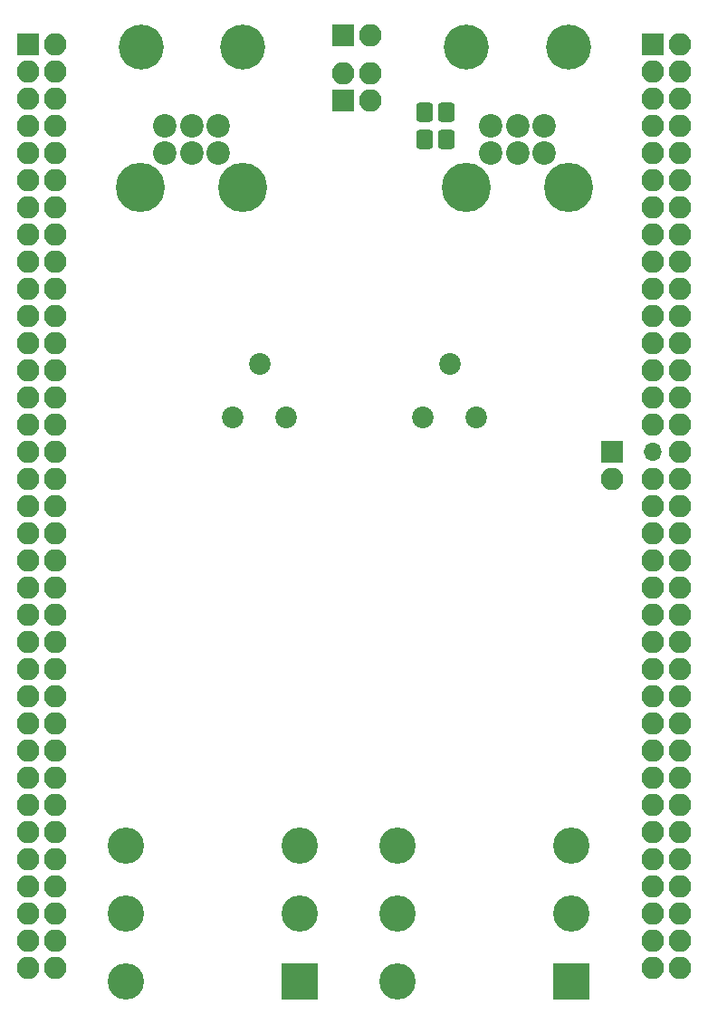
<source format=gbr>
G04 #@! TF.GenerationSoftware,KiCad,Pcbnew,(5.0.0-3-g5ebb6b6)*
G04 #@! TF.CreationDate,2019-04-23T02:19:09+01:00*
G04 #@! TF.ProjectId,Nucleo144AudioBreakout,4E75636C656F313434417564696F4272,RevA*
G04 #@! TF.SameCoordinates,Original*
G04 #@! TF.FileFunction,Soldermask,Bot*
G04 #@! TF.FilePolarity,Negative*
%FSLAX46Y46*%
G04 Gerber Fmt 4.6, Leading zero omitted, Abs format (unit mm)*
G04 Created by KiCad (PCBNEW (5.0.0-3-g5ebb6b6)) date Tuesday, 23 April 2019 at 02:19:09*
%MOMM*%
%LPD*%
G01*
G04 APERTURE LIST*
%ADD10C,4.200000*%
%ADD11C,3.400000*%
%ADD12R,3.400000X3.400000*%
%ADD13O,2.100000X2.100000*%
%ADD14R,2.100000X2.100000*%
%ADD15O,1.700000X1.700000*%
%ADD16C,2.020000*%
%ADD17C,0.100000*%
%ADD18C,1.550000*%
%ADD19C,4.600000*%
%ADD20C,2.200000*%
G04 APERTURE END LIST*
D10*
G04 #@! TO.C,REF\002A\002A*
X121666000Y-87884000D03*
G04 #@! TD*
G04 #@! TO.C,REF\002A\002A*
X112130000Y-87884000D03*
G04 #@! TD*
G04 #@! TO.C,REF\002A\002A*
X91186000Y-87884000D03*
G04 #@! TD*
G04 #@! TO.C,REF\002A\002A*
X81661000Y-87884000D03*
G04 #@! TD*
D11*
G04 #@! TO.C,JIN1*
X80290000Y-168910000D03*
X80290000Y-162560000D03*
X80290000Y-175260000D03*
X96520000Y-168910000D03*
X96520000Y-162560000D03*
D12*
X96520000Y-175260000D03*
G04 #@! TD*
D13*
G04 #@! TO.C,CN11*
X73660000Y-173990000D03*
X71120000Y-173990000D03*
X73660000Y-171450000D03*
X71120000Y-171450000D03*
X73660000Y-168910000D03*
X71120000Y-168910000D03*
X73660000Y-166370000D03*
X71120000Y-166370000D03*
X73660000Y-163830000D03*
X71120000Y-163830000D03*
X73660000Y-161290000D03*
X71120000Y-161290000D03*
X73660000Y-158750000D03*
X71120000Y-158750000D03*
X73660000Y-156210000D03*
X71120000Y-156210000D03*
X73660000Y-153670000D03*
X71120000Y-153670000D03*
X73660000Y-151130000D03*
X71120000Y-151130000D03*
X73660000Y-148590000D03*
X71120000Y-148590000D03*
X73660000Y-146050000D03*
X71120000Y-146050000D03*
X73660000Y-143510000D03*
X71120000Y-143510000D03*
X73660000Y-140970000D03*
X71120000Y-140970000D03*
X73660000Y-138430000D03*
X71120000Y-138430000D03*
X73660000Y-135890000D03*
X71120000Y-135890000D03*
X73660000Y-133350000D03*
X71120000Y-133350000D03*
X73660000Y-130810000D03*
X71120000Y-130810000D03*
X73660000Y-128270000D03*
X71120000Y-128270000D03*
X73660000Y-125730000D03*
X71120000Y-125730000D03*
X73660000Y-123190000D03*
X71120000Y-123190000D03*
X73660000Y-120650000D03*
X71120000Y-120650000D03*
X73660000Y-118110000D03*
X71120000Y-118110000D03*
X73660000Y-115570000D03*
X71120000Y-115570000D03*
X73660000Y-113030000D03*
X71120000Y-113030000D03*
X73660000Y-110490000D03*
X71120000Y-110490000D03*
X73660000Y-107950000D03*
X71120000Y-107950000D03*
X73660000Y-105410000D03*
X71120000Y-105410000D03*
X73660000Y-102870000D03*
X71120000Y-102870000D03*
X73660000Y-100330000D03*
X71120000Y-100330000D03*
X73660000Y-97790000D03*
X71120000Y-97790000D03*
X73660000Y-95250000D03*
X71120000Y-95250000D03*
X73660000Y-92710000D03*
X71120000Y-92710000D03*
X73660000Y-90170000D03*
X71120000Y-90170000D03*
X73660000Y-87630000D03*
D14*
X71120000Y-87630000D03*
G04 #@! TD*
G04 #@! TO.C,CN12*
X129540000Y-87630000D03*
D13*
X132080000Y-87630000D03*
X129540000Y-90170000D03*
X132080000Y-90170000D03*
X129540000Y-92710000D03*
X132080000Y-92710000D03*
X129540000Y-95250000D03*
X132080000Y-95250000D03*
X129540000Y-97790000D03*
X132080000Y-97790000D03*
X129540000Y-100330000D03*
X132080000Y-100330000D03*
X129540000Y-102870000D03*
X132080000Y-102870000D03*
X129540000Y-105410000D03*
X132080000Y-105410000D03*
X129540000Y-107950000D03*
X132080000Y-107950000D03*
X129540000Y-110490000D03*
X132080000Y-110490000D03*
X129540000Y-113030000D03*
X132080000Y-113030000D03*
X129540000Y-115570000D03*
X132080000Y-115570000D03*
X129540000Y-118110000D03*
X132080000Y-118110000D03*
X129540000Y-120650000D03*
X132080000Y-120650000D03*
X129540000Y-123190000D03*
X132080000Y-123190000D03*
D15*
X129540000Y-125730000D03*
D13*
X132080000Y-125730000D03*
X129540000Y-128270000D03*
X132080000Y-128270000D03*
X129540000Y-130810000D03*
X132080000Y-130810000D03*
X129540000Y-133350000D03*
X132080000Y-133350000D03*
X129540000Y-135890000D03*
X132080000Y-135890000D03*
X129540000Y-138430000D03*
X132080000Y-138430000D03*
X129540000Y-140970000D03*
X132080000Y-140970000D03*
X129540000Y-143510000D03*
X132080000Y-143510000D03*
X129540000Y-146050000D03*
X132080000Y-146050000D03*
X129540000Y-148590000D03*
X132080000Y-148590000D03*
X129540000Y-151130000D03*
X132080000Y-151130000D03*
X129540000Y-153670000D03*
X132080000Y-153670000D03*
X129540000Y-156210000D03*
X132080000Y-156210000D03*
X129540000Y-158750000D03*
X132080000Y-158750000D03*
X129540000Y-161290000D03*
X132080000Y-161290000D03*
X129540000Y-163830000D03*
X132080000Y-163830000D03*
X129540000Y-166370000D03*
X132080000Y-166370000D03*
X129540000Y-168910000D03*
X132080000Y-168910000D03*
X129540000Y-171450000D03*
X132080000Y-171450000D03*
X129540000Y-173990000D03*
X132080000Y-173990000D03*
G04 #@! TD*
D12*
G04 #@! TO.C,JOUT1*
X121920000Y-175260000D03*
D11*
X121920000Y-162560000D03*
X121920000Y-168910000D03*
X105690000Y-175260000D03*
X105690000Y-162560000D03*
X105690000Y-168910000D03*
G04 #@! TD*
D16*
G04 #@! TO.C,RV3*
X90250000Y-122555000D03*
X92750000Y-117555000D03*
X95250000Y-122555000D03*
G04 #@! TD*
G04 #@! TO.C,RV4*
X108030000Y-122555000D03*
X110530000Y-117555000D03*
X113030000Y-122555000D03*
G04 #@! TD*
D17*
G04 #@! TO.C,R5*
G36*
X110716071Y-93081623D02*
X110748781Y-93086475D01*
X110780857Y-93094509D01*
X110811991Y-93105649D01*
X110841884Y-93119787D01*
X110870247Y-93136787D01*
X110896807Y-93156485D01*
X110921308Y-93178692D01*
X110943515Y-93203193D01*
X110963213Y-93229753D01*
X110980213Y-93258116D01*
X110994351Y-93288009D01*
X111005491Y-93319143D01*
X111013525Y-93351219D01*
X111018377Y-93383929D01*
X111020000Y-93416956D01*
X111020000Y-94543044D01*
X111018377Y-94576071D01*
X111013525Y-94608781D01*
X111005491Y-94640857D01*
X110994351Y-94671991D01*
X110980213Y-94701884D01*
X110963213Y-94730247D01*
X110943515Y-94756807D01*
X110921308Y-94781308D01*
X110896807Y-94803515D01*
X110870247Y-94823213D01*
X110841884Y-94840213D01*
X110811991Y-94854351D01*
X110780857Y-94865491D01*
X110748781Y-94873525D01*
X110716071Y-94878377D01*
X110683044Y-94880000D01*
X109806956Y-94880000D01*
X109773929Y-94878377D01*
X109741219Y-94873525D01*
X109709143Y-94865491D01*
X109678009Y-94854351D01*
X109648116Y-94840213D01*
X109619753Y-94823213D01*
X109593193Y-94803515D01*
X109568692Y-94781308D01*
X109546485Y-94756807D01*
X109526787Y-94730247D01*
X109509787Y-94701884D01*
X109495649Y-94671991D01*
X109484509Y-94640857D01*
X109476475Y-94608781D01*
X109471623Y-94576071D01*
X109470000Y-94543044D01*
X109470000Y-93416956D01*
X109471623Y-93383929D01*
X109476475Y-93351219D01*
X109484509Y-93319143D01*
X109495649Y-93288009D01*
X109509787Y-93258116D01*
X109526787Y-93229753D01*
X109546485Y-93203193D01*
X109568692Y-93178692D01*
X109593193Y-93156485D01*
X109619753Y-93136787D01*
X109648116Y-93119787D01*
X109678009Y-93105649D01*
X109709143Y-93094509D01*
X109741219Y-93086475D01*
X109773929Y-93081623D01*
X109806956Y-93080000D01*
X110683044Y-93080000D01*
X110716071Y-93081623D01*
X110716071Y-93081623D01*
G37*
D18*
X110245000Y-93980000D03*
D17*
G36*
X108666071Y-93081623D02*
X108698781Y-93086475D01*
X108730857Y-93094509D01*
X108761991Y-93105649D01*
X108791884Y-93119787D01*
X108820247Y-93136787D01*
X108846807Y-93156485D01*
X108871308Y-93178692D01*
X108893515Y-93203193D01*
X108913213Y-93229753D01*
X108930213Y-93258116D01*
X108944351Y-93288009D01*
X108955491Y-93319143D01*
X108963525Y-93351219D01*
X108968377Y-93383929D01*
X108970000Y-93416956D01*
X108970000Y-94543044D01*
X108968377Y-94576071D01*
X108963525Y-94608781D01*
X108955491Y-94640857D01*
X108944351Y-94671991D01*
X108930213Y-94701884D01*
X108913213Y-94730247D01*
X108893515Y-94756807D01*
X108871308Y-94781308D01*
X108846807Y-94803515D01*
X108820247Y-94823213D01*
X108791884Y-94840213D01*
X108761991Y-94854351D01*
X108730857Y-94865491D01*
X108698781Y-94873525D01*
X108666071Y-94878377D01*
X108633044Y-94880000D01*
X107756956Y-94880000D01*
X107723929Y-94878377D01*
X107691219Y-94873525D01*
X107659143Y-94865491D01*
X107628009Y-94854351D01*
X107598116Y-94840213D01*
X107569753Y-94823213D01*
X107543193Y-94803515D01*
X107518692Y-94781308D01*
X107496485Y-94756807D01*
X107476787Y-94730247D01*
X107459787Y-94701884D01*
X107445649Y-94671991D01*
X107434509Y-94640857D01*
X107426475Y-94608781D01*
X107421623Y-94576071D01*
X107420000Y-94543044D01*
X107420000Y-93416956D01*
X107421623Y-93383929D01*
X107426475Y-93351219D01*
X107434509Y-93319143D01*
X107445649Y-93288009D01*
X107459787Y-93258116D01*
X107476787Y-93229753D01*
X107496485Y-93203193D01*
X107518692Y-93178692D01*
X107543193Y-93156485D01*
X107569753Y-93136787D01*
X107598116Y-93119787D01*
X107628009Y-93105649D01*
X107659143Y-93094509D01*
X107691219Y-93086475D01*
X107723929Y-93081623D01*
X107756956Y-93080000D01*
X108633044Y-93080000D01*
X108666071Y-93081623D01*
X108666071Y-93081623D01*
G37*
D18*
X108195000Y-93980000D03*
G04 #@! TD*
D17*
G04 #@! TO.C,R6*
G36*
X108666071Y-95621623D02*
X108698781Y-95626475D01*
X108730857Y-95634509D01*
X108761991Y-95645649D01*
X108791884Y-95659787D01*
X108820247Y-95676787D01*
X108846807Y-95696485D01*
X108871308Y-95718692D01*
X108893515Y-95743193D01*
X108913213Y-95769753D01*
X108930213Y-95798116D01*
X108944351Y-95828009D01*
X108955491Y-95859143D01*
X108963525Y-95891219D01*
X108968377Y-95923929D01*
X108970000Y-95956956D01*
X108970000Y-97083044D01*
X108968377Y-97116071D01*
X108963525Y-97148781D01*
X108955491Y-97180857D01*
X108944351Y-97211991D01*
X108930213Y-97241884D01*
X108913213Y-97270247D01*
X108893515Y-97296807D01*
X108871308Y-97321308D01*
X108846807Y-97343515D01*
X108820247Y-97363213D01*
X108791884Y-97380213D01*
X108761991Y-97394351D01*
X108730857Y-97405491D01*
X108698781Y-97413525D01*
X108666071Y-97418377D01*
X108633044Y-97420000D01*
X107756956Y-97420000D01*
X107723929Y-97418377D01*
X107691219Y-97413525D01*
X107659143Y-97405491D01*
X107628009Y-97394351D01*
X107598116Y-97380213D01*
X107569753Y-97363213D01*
X107543193Y-97343515D01*
X107518692Y-97321308D01*
X107496485Y-97296807D01*
X107476787Y-97270247D01*
X107459787Y-97241884D01*
X107445649Y-97211991D01*
X107434509Y-97180857D01*
X107426475Y-97148781D01*
X107421623Y-97116071D01*
X107420000Y-97083044D01*
X107420000Y-95956956D01*
X107421623Y-95923929D01*
X107426475Y-95891219D01*
X107434509Y-95859143D01*
X107445649Y-95828009D01*
X107459787Y-95798116D01*
X107476787Y-95769753D01*
X107496485Y-95743193D01*
X107518692Y-95718692D01*
X107543193Y-95696485D01*
X107569753Y-95676787D01*
X107598116Y-95659787D01*
X107628009Y-95645649D01*
X107659143Y-95634509D01*
X107691219Y-95626475D01*
X107723929Y-95621623D01*
X107756956Y-95620000D01*
X108633044Y-95620000D01*
X108666071Y-95621623D01*
X108666071Y-95621623D01*
G37*
D18*
X108195000Y-96520000D03*
D17*
G36*
X110716071Y-95621623D02*
X110748781Y-95626475D01*
X110780857Y-95634509D01*
X110811991Y-95645649D01*
X110841884Y-95659787D01*
X110870247Y-95676787D01*
X110896807Y-95696485D01*
X110921308Y-95718692D01*
X110943515Y-95743193D01*
X110963213Y-95769753D01*
X110980213Y-95798116D01*
X110994351Y-95828009D01*
X111005491Y-95859143D01*
X111013525Y-95891219D01*
X111018377Y-95923929D01*
X111020000Y-95956956D01*
X111020000Y-97083044D01*
X111018377Y-97116071D01*
X111013525Y-97148781D01*
X111005491Y-97180857D01*
X110994351Y-97211991D01*
X110980213Y-97241884D01*
X110963213Y-97270247D01*
X110943515Y-97296807D01*
X110921308Y-97321308D01*
X110896807Y-97343515D01*
X110870247Y-97363213D01*
X110841884Y-97380213D01*
X110811991Y-97394351D01*
X110780857Y-97405491D01*
X110748781Y-97413525D01*
X110716071Y-97418377D01*
X110683044Y-97420000D01*
X109806956Y-97420000D01*
X109773929Y-97418377D01*
X109741219Y-97413525D01*
X109709143Y-97405491D01*
X109678009Y-97394351D01*
X109648116Y-97380213D01*
X109619753Y-97363213D01*
X109593193Y-97343515D01*
X109568692Y-97321308D01*
X109546485Y-97296807D01*
X109526787Y-97270247D01*
X109509787Y-97241884D01*
X109495649Y-97211991D01*
X109484509Y-97180857D01*
X109476475Y-97148781D01*
X109471623Y-97116071D01*
X109470000Y-97083044D01*
X109470000Y-95956956D01*
X109471623Y-95923929D01*
X109476475Y-95891219D01*
X109484509Y-95859143D01*
X109495649Y-95828009D01*
X109509787Y-95798116D01*
X109526787Y-95769753D01*
X109546485Y-95743193D01*
X109568692Y-95718692D01*
X109593193Y-95696485D01*
X109619753Y-95676787D01*
X109648116Y-95659787D01*
X109678009Y-95645649D01*
X109709143Y-95634509D01*
X109741219Y-95626475D01*
X109773929Y-95621623D01*
X109806956Y-95620000D01*
X110683044Y-95620000D01*
X110716071Y-95621623D01*
X110716071Y-95621623D01*
G37*
D18*
X110245000Y-96520000D03*
G04 #@! TD*
D19*
G04 #@! TO.C,RV1*
X91150000Y-101050000D03*
X81650000Y-101050000D03*
D20*
X88900000Y-97750000D03*
X86400000Y-97750000D03*
X83900000Y-97750000D03*
X88900000Y-95250000D03*
X86400000Y-95250000D03*
X83900000Y-95250000D03*
G04 #@! TD*
G04 #@! TO.C,RV2*
X114380000Y-95250000D03*
X116880000Y-95250000D03*
X119380000Y-95250000D03*
X114380000Y-97750000D03*
X116880000Y-97750000D03*
X119380000Y-97750000D03*
D19*
X112130000Y-101050000D03*
X121630000Y-101050000D03*
G04 #@! TD*
D14*
G04 #@! TO.C,JAGND1*
X125730000Y-125730000D03*
D13*
X125730000Y-128270000D03*
G04 #@! TD*
D14*
G04 #@! TO.C,J1*
X100609400Y-86791800D03*
D13*
X103149400Y-86791800D03*
G04 #@! TD*
D14*
G04 #@! TO.C,J2*
X100609400Y-92913200D03*
D13*
X100609400Y-90373200D03*
X103149400Y-92913200D03*
X103149400Y-90373200D03*
G04 #@! TD*
M02*

</source>
